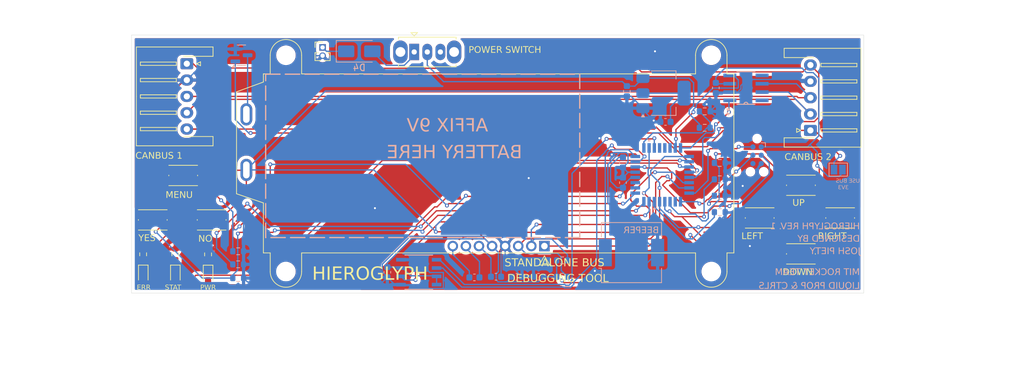
<source format=kicad_pcb>
(kicad_pcb (version 20241229) (generator "pcbnew") (generator_version "9.0")
  (layers (0 "F.Cu" signal) (2 "B.Cu" signal) (13 "F.Paste" user) (15 "B.Paste" user) (5 "F.SilkS" user "F.Silkscreen") (7 "B.SilkS" user "B.Silkscreen") (1 "F.Mask" user) (3 "B.Mask" user) (25 "Edge.Cuts" user))
  (net 0 "")
  (net 1 "/BUZZER")
  (net 2 "GND")
  (net 3 "+3V3")
  (net 4 "+BATT")
  (net 5 "Net-(U5-VOUT)")
  (net 6 "Net-(U5-C1-)")
  (net 7 "Net-(U5-C1+)")
  (net 8 "Net-(D1-K)")
  (net 9 "Net-(D2-K)")
  (net 10 "/STATUS")
  (net 11 "Net-(D3-K)")
  (net 12 "/FAULT")
  (net 13 "/NRST")
  (net 14 "/SWDIO")
  (net 16 "/SWCLK")
  (net 17 "/CAN-")
  (net 18 "/BUSRST")
  (net 19 "/CAN+")
  (net 20 "Net-(Q1-D)")
  (net 21 "/BACKLIGHT")
  (net 22 "/BTN_UP")
  (net 23 "/BTN_DOWN")
  (net 24 "/BTN_LEFT")
  (net 25 "/BTN_RIGHT")
  (net 26 "/BTN_YES")
  (net 27 "/BTN_NO")
  (net 28 "/BTN_MENU")
  (net 29 "/BATREAD")
  (net 30 "/SDA")
  (net 31 "/SCL")
  (net 33 "/BATT_SW")
  (net 34 "/CANTX")
  (net 35 "/MOSI")
  (net 36 "/LCDRST")
  (net 38 "/MISO")
  (net 40 "/CANRX")
  (net 45 "/SCK")
  (net 48 "Net-(D4-K)")
  (net 49 "/BUS3V3")
  (footprint "Connector_JST:JST_XH_S5B-XH-A-1_1x05_P2.50mm_Horizontal" (layer "F.Cu") (at 157.35 46.1 -90)
    (property "Reference" "J2" (hide yes))
    (property "Value" "Conn_01x05")
  )
  (footprint "Connector_JST:JST_XH_S5B-XH-A-1_1x05_P2.50mm_Horizontal" (layer "F.Cu") (at 252.65 56.3 90)
    (property "Reference" "J4" (hide yes))
    (property "Value" "Conn_01x05")
  )
  (footprint "Connector_PinHeader_1.27mm:PinHeader_1x02_P1.27mm_Vertical" (layer "F.Cu") (at 178.1 43.6025)
    (property "Reference" "J3" (hide yes))
    (property "Value" "Conn_01x02")
  )
  (footprint "Resistor_SMD:R_0603_1608Metric" (layer "F.Cu") (at 155.59 75.2625 90)
    (property "Reference" "R13" (hide yes))
    (property "Value" "1k")
  )
  (footprint "Diode_SMD:D_0603_1608Metric" (layer "F.Cu") (at 160.6 78.4125 -90)
    (property "Reference" "D1" (hide yes))
    (property "Value" "LED")
  )
  (footprint "Button_Switch_THT:SW_Slide_SPDT_Straight_CK_OS102011MS2Q" (layer "F.Cu") (at 192.1 44.3)
    (property "Reference" "SW8" (hide yes))
    (property "Value" "SW_SPDT")
  )
  (footprint "Resistor_SMD:R_0603_1608Metric" (layer "F.Cu") (at 150.68 75.2625 90)
    (property "Reference" "R14" (hide yes))
    (property "Value" "1k")
  )
  (footprint "Button_Switch_SMD:SW_Push_1P1T_NO_CK_KMR2" (layer "F.Cu") (at 251.2 64.7 180)
    (property "Reference" "SW1" (hide yes))
    (property "Value" "SW_Push")
  )
  (footprint "Button_Switch_SMD:SW_Push_1P1T_NO_CK_KMR2" (layer "F.Cu") (at 257.2 69.7)
    (property "Reference" "SW4" (hide yes))
    (property "Value" "SW_Push")
  )
  (footprint "Button_Switch_SMD:SW_Push_1P1T_NO_CK_KMR2" (layer "F.Cu") (at 156.8 63.2)
    (property "Reference" "SW7" (hide yes))
    (property "Value" "SW_Push")
  )
  (footprint "Button_Switch_SMD:SW_Push_1P1T_NO_CK_KMR2" (layer "F.Cu") (at 251.2 75.2)
    (property "Reference" "SW2" (hide yes))
    (property "Value" "SW_Push")
  )
  (footprint "Button_Switch_SMD:SW_Push_1P1T_NO_CK_KMR2" (layer "F.Cu") (at 161.15 70)
    (property "Reference" "SW6" (hide yes))
    (property "Value" "SW_Push")
  )
  (footprint "Resistor_SMD:R_0603_1608Metric" (layer "F.Cu") (at 160.6 75.275 90)
    (property "Reference" "R12" (hide yes))
    (property "Value" "1k")
  )
  (footprint "Button_Switch_SMD:SW_Push_1P1T_NO_CK_KMR2" (layer "F.Cu") (at 244.9 69.7)
    (property "Reference" "SW3" (hide yes))
    (property "Value" "SW_Push")
  )
  (footprint "Button_Switch_SMD:SW_Push_1P1T_NO_CK_KMR2" (layer "F.Cu") (at 152.15 70)
    (property "Reference" "SW5" (hide yes))
    (property "Value" "SW_Push")
  )
  (footprint "Diode_SMD:D_0603_1608Metric" (layer "F.Cu") (at 155.6 78.4 -90)
    (property "Reference" "D2" (hide yes))
    (property "Value" "LED")
  )
  (footprint "Diode_SMD:D_0603_1608Metric" (layer "F.Cu") (at 150.7 78.4 -90)
    (property "Reference" "D3" (hide yes))
    (property "Value" "LED")
  )
  (footprint "Display:NHD-C0220BiZ" (layer "F.Cu") (at 205 58.1)
    (property "Reference" "U5" (hide yes))
    (property "Value" "NHD-C0220BIZ")
  )
  (footprint "Resistor_SMD:R_0603_1608Metric" (layer "B.Cu") (at 214.7 76.19)
    (property "Reference" "R11" (hide yes))
    (property "Value" "10k")
  )
  (footprint "Capacitor_SMD:C_0603_1608Metric" (layer "B.Cu") (at 224 61.2 -90)
    (property "Reference" "C2" (hide yes))
    (property "Value" "0.1u")
  )
  (footprint "Resistor_SMD:R_0603_1608Metric" (layer "B.Cu") (at 238.8 66.3)
    (property "Reference" "R3" (hide yes))
    (property "Value" "1k" (hide yes))
  )
  (footprint "Buzzer_Beeper:Buzzer_CUI_CPT-9019S-SMT" (layer "B.Cu") (at 225.3 75)
    (property "Reference" "BZ1" (hide yes))
    (property "Value" "Buzzer")
  )
  (footprint "Resistor_SMD:R_0603_1608Metric" (layer "B.Cu") (at 214.7 78.7)
    (property "Reference" "R10" (hide yes))
    (property "Value" "10k")
  )
  (footprint "Resistor_SMD:R_0603_1608Metric" (layer "B.Cu") (at 165.2 78.9)
    (property "Reference" "R5" (hide yes))
    (property "Value" "1k" (hide yes))
  )
  (footprint "Capacitor_SMD:C_0603_1608Metric" (layer "B.Cu") (at 230.5 55 180)
    (property "Reference" "C10" (hide yes))
    (property "Value" "10u")
  )
  (footprint "Capacitor_SMD:C_0603_1608Metric" (layer "B.Cu") (at 188 78 -90)
    (property "Reference" "C4" (hide yes))
    (property "Value" "0.1u")
  )
  (footprint "Capacitor_SMD:C_0603_1608Metric" (layer "B.Cu") (at 204.6 78.7)
    (property "Reference" "C6" (hide yes))
    (property "Value" "1u")
  )
  (footprint "Capacitor_SMD:C_0603_1608Metric" (layer "B.Cu") (at 224.6 50.3 -90)
    (property "Reference" "C3" (hide yes))
    (property "Value" "10u")
  )
  (footprint "Diode_SMD:D_SMA" (layer "B.Cu") (at 183.7 44.2)
    (property "Reference" "D4")
    (property "Value" "B120-E3")
  )
  (footprint "Capacitor_SMD:C_0603_1608Metric" (layer "B.Cu") (at 207.8 78.7)
    (property "Reference" "C9" (hide yes))
    (property "Value" "1u")
  )
  (footprint "Connector:Tag-Connect_TC2030-IDC-NL_2x03_P1.27mm_Vertical" (layer "B.Cu") (at 244.5 60.1 -90)
    (property "Reference" "J1" (hide yes))
    (property "Value" "Conn_ARM_SWD_TagConnect_TC2030-NL")
  )
  (footprint "footprints:D8" (layer "B.Cu") (at 242.8 49.8)
    (property "Reference" "U4" (hide yes))
    (property "Value" "SN65HVD232QDRG4Q1")
  )
  (footprint "Capacitor_SMD:C_0603_1608Metric" (layer "B.Cu") (at 238.2 49.8 -90)
    (property "Reference" "C5" (hide yes))
    (property "Value" "0.1u")
  )
  (footprint "footprints:LQFP-32_STM" (layer "B.Cu") (at 230 63.1)
    (property "Reference" "U1" (hide yes))
    (property "Value" "STM32C092KBT6")
  )
  (footprint "Resistor_SMD:R_0603_1608Metric" (layer "B.Cu") (at 236.5 53.39)
    (property "Reference" "R9" (hide yes))
    (property "Value" "1k")
  )
  (footprint "Jumper:SolderJumper-2_P1.3mm_Open_Pad1.0x1.5mm" (layer "B.Cu") (at 256.9 62.3)
    (property "Reference" "JP1" (hide yes))
    (property "Value" "SolderJumper_2_Open")
  )
  (footprint "Capacitor_SMD:C_0603_1608Metric" (layer "B.Cu") (at 211.1 78.7)
    (property "Reference" "C7" (hide yes))
    (property "Value" "0.1u")
  )
  (footprint "Resistor_SMD:R_0603_1608Metric" (layer "B.Cu") (at 238.8 63.79)
    (property "Reference" "R2" (hide yes))
    (property "Value" "1k")
  )
  (footprint "Package_TO_SOT_SMD:SOT-223-3_TabPin2" (layer "B.Cu") (at 230.2 50.6)
    (property "Reference" "U3" (hide yes))
    (property "Value" "AZ1117-3.3")
  )
  (footprint "Resistor_SMD:R_0603_1608Metric" (layer "B.Cu") (at 238.8 68.81)
    (property "Reference" "R4" (hide yes))
    (property "Value" "1k")
  )
  (footprint "Capacitor_SMD:C_0603_1608Metric" (layer "B.Cu") (at 224 64.3 90)
    (property "Reference" "C1" (hide yes))
    (property "Value" "10u")
  )
  (footprint "Resistor_SMD:R_0603_1608Metric" (layer "B.Cu") (at 165.2 74.8)
    (property "Reference" "R7" (hide yes))
    (property "Value" "1k")
  )
  (footprint "Resistor_SMD:R_0603_1608Metric" (layer "B.Cu") (at 165.2 76.8)
    (property "Reference" "R6" (hide yes))
    (property "Value" "1k")
  )
  (footprint "Resistor_SMD:R_0603_1608Metric" (layer "B.Cu") (at 238.8 61.28)
    (property "Reference" "R1" (hide yes))
    (property "Value" "1k")
  )
  (footprint "Resistor_SMD:R_0603_1608Metric" (layer "B.Cu") (at 236.5 55.9)
    (property "Reference" "R8" (hide yes))
    (property "Value" "3.3k")
  )
  (footprint "footprints:SOIC8_SA_SST_MCH" (layer "B.Cu") (at 192.8 78)
    (property "Reference" "U2" (hide yes))
    (property "Value" "SST25PF020B-80-4C-SAE")
  )
  (footprint "Package_TO_SOT_SMD:SOT-23" (layer "B.Cu") (at 165.7 44.8)
    (property "Reference" "Q1" (hide yes))
    (property "Value" "AO3400A")
  )
  (footprint "Capacitor_SMD:C_0603_1608Metric" (layer "B.Cu") (at 201.3 78.8 180)
    (property "Reference" "C8" (hide yes))
    (property "Value" "1u")
  )
  (gr_rect (start 169.4 47.7) (end 217.4 72.7) (stroke (width 0.2) (type dash)) (fill no) (layer "B.SilkS"))
  (gr_rect (start 148.9 41.7) (end 260.8 81.2) (stroke (width 0.05)) (fill no) (layer "Edge.Cuts"))
  (gr_text "STAT" (at 154 80.8 0) (layer "F.SilkS") (effects (font (size 0.75 0.75) (thickness 0.1)) (justify left bottom)))
  (gr_text "HIEROGLYPH" (at 176.5 79.5 0) (layer "F.SilkS") (effects (font (size 2 2) (thickness 0.1)) (justify left bottom)))
  (gr_text "STANDALONE BUS" (at 205.9 77.3 0) (layer "F.SilkS") (effects (font (size 1.2 1.2) (thickness 0.1)) (justify left bottom)))
  (gr_text "YES" (at 149.95 73.4 0) (layer "F.SilkS") (effects (font (size 1 1) (thickness 0.1)) (justify left bottom)))
  (gr_text "DEBUGGING TOOL" (at 206.3 79.7 0) (layer "F.SilkS") (effects (font (size 1.2 1.2) (thickness 0.1)) (justify left bottom)))
  (gr_text "NO" (at 159.1 73.5 0) (layer "F.SilkS") (effects (font (size 1 1) (thickness 0.1)) (justify left bottom)))
  (gr_text "ERR" (at 149.7 80.8 0) (layer "F.SilkS") (effects (font (size 0.75 0.75) (thickness 0.1)) (justify left bottom)))
  (gr_text "RIGHT" (at 253.8 73.1 0) (layer "F.SilkS") (effects (font (size 1 1) (thickness 0.1)) (justify left bottom)))
  (gr_text "LEFT" (at 242.1 73.1 0) (layer "F.SilkS") (effects (font (size 1 1) (thickness 0.1)) (justify left bottom)))
  (gr_text "CANBUS 2" (at 248.7 61 0) (layer "F.SilkS") (effects (font (size 1 1) (thickness 0.1)) (justify left bottom)))
  (gr_text "POWER SWITCH" (at 200.4 44.6 0) (layer "F.SilkS") (effects (font (size 1 1) (thickness 0.1)) (justify left bottom)))
  (gr_text "DOWN" (at 248.4 78.6 0) (layer "F.SilkS") (effects (font (size 1 1) (thickness 0.1)) (justify left bottom)))
  (gr_text "PWR" (at 159.4 80.8 0) (layer "F.SilkS") (effects (font (size 0.75 0.75) (thickness 0.1)) (justify left bottom)))
  (gr_text "MENU" (at 154.1 66.8 0) (layer "F.SilkS") (effects (font (size 1 1) (thickness 0.1)) (justify left bottom)))
  (gr_text "UP" (at 249.9 68 0) (layer "F.SilkS") (effects (font (size 1 1) (thickness 0.1)) (justify left bottom)))
  (gr_text "CANBUS 1" (at 149.5 60.8 0) (layer "F.SilkS") (effects (font (size 1 1) (thickness 0.1)) (justify left bottom)))
  (gr_text "MIT ROCKET TEAM" (at 260.2 78.6 0) (layer "B.SilkS") (effects (font (size 1 1) (thickness 0.1)) (justify left bottom mirror)))
  (gr_text "LIQUID PROP & CTRLS" (at 260.2 80.7 0) (layer "B.SilkS") (effects (font (size 1 1) (thickness 0.1)) (justify left bottom mirror)))
  (gr_text "BATTERY HERE" (at 208.6 60.9 0) (layer "B.SilkS") (effects (font (size 2 2) (thickness 0.1)) (justify left bottom mirror)))
  (gr_text "DESIGNED BY" (at 260.2 73.5 0) (layer "B.SilkS") (effects (font (size 1 1) (thickness 0.1)) (justify left bottom mirror)))
  (gr_text "JOSH PIETY" (at 260.3 75.4 0) (layer "B.SilkS") (effects (font (size 1 1) (thickness 0.1)) (justify left bottom mirror)))
  (gr_text "HIEROGLYPH REV. 1" (at 260.2 71.6 0) (layer "B.SilkS") (effects (font (size 1 1) (thickness 0.1)) (justify left bottom mirror)))
  (gr_text "BEEPER" (at 229.5 72.2 0) (layer "B.SilkS") (effects (font (size 1 1) (thickness 0.1)) (justify left bottom mirror)))
  (gr_text "USE BUS" (at 260.2 64.4 0) (layer "B.SilkS") (effects (font (size 0.6 0.6) (thickness 0.1)) (justify left bottom mirror)))
  (gr_text "AFFIX 9V" (at 203.4 56.8 0) (layer "B.SilkS") (effects (font (size 2 2) (thickness 0.1)) (justify left bottom mirror)))
  (gr_text "3V3" (at 258.5 65.4 0) (layer "B.SilkS") (effects (font (size 0.6 0.6) (thickness 0.1)) (justify left bottom mirror)))
  (segment (start 221.65 59.984314) (end 221.65 59.730761) (width 0.2) (layer "B.Cu") (net 1))
  (segment (start 222.106761 59.274) (end 224.859199 59.274) (width 0.2) (layer "B.Cu") (net 1))
  (segment (start 221.3 75) (end 221.3 60.334314) (width 0.2) (layer "B.Cu") (net 1))
  (segment (start 221.3 60.334314) (end 221.65 59.984314) (width 0.2) (layer "B.Cu") (net 1))
  (segment (start 221.65 59.730761) (end 222.106761 59.274) (width 0.2) (layer "B.Cu") (net 1))
  (segment (start 224.859199 59.274) (end 225.8852 60.300001) (width 0.2) (layer "B.Cu") (net 1))
  (segment (start 220.4 58.1) (end 220.4 57.5) (width 0.2) (layer "F.Cu") (net 2))
  (segment (start 157 48.6) (end 157.35 48.6) (width 0.2) (layer "F.Cu") (net 2))
  (segment (start 219.7 77.8) (end 209.8 77.8) (width 0.2) (layer "F.Cu") (net 2))
  (segment (start 155.2 56.7) (end 155.2 50.4) (width 0.2) (layer "F.Cu") (net 2))
  (segment (start 167.3 59.2) (end 157.7 59.2) (width 0.2) (layer "F.Cu") (net 2))
  (segment (start 209.8 77.8) (end 206 74) (width 0.2) (layer "F.Cu") (net 2))
  (segment (start 222.3 60) (end 220.4 58.1) (width 0.2) (layer "F.Cu") (net 2))
  (segment (start 231.2 52.3) (end 228.7 54.8) (width 0.2) (layer "F.Cu") (net 2))
  (segment (start 155.59 74.4375) (end 160.5875 74.4375) (width 0.2) (layer "F.Cu") (net 2))
  (segment (start 155.59 74.4375) (end 150.68 74.4375) (width 0.2) (layer "F.Cu") (net 2))
  (segment (start 157.7 59.2) (end 155.2 56.7) (width 0.2) (layer "F.Cu") (net 2))
  (segment (start 160.5875 74.4375) (end 160.6 74.45) (width 0.2) (layer "F.Cu") (net 2))
  (segment (start 168.3 60.2) (end 167.3 59.2) (width 0.2) (layer "F.Cu") (net 2))
  (segment (start 155.2 50.4) (end 157 48.6) (width 0.2) (layer "F.Cu") (net 2))
  (segment (start 168.3 67.252) (end 168.3 60.2) (width 0.2) (layer "F.Cu") (net 2))
  (segment (start 161.102 74.45) (end 168.3 67.252) (width 0.2) (layer "F.Cu") (net 2))
  (segment (start 236.8 52.3) (end 231.2 52.3) (width 0.2) (layer "F.Cu") (net 2))
  (segment (start 160.6 74.45) (end 161.102 74.45) (width 0.2) (layer "F.Cu") (net 2))
  (via (at 220.4 57.5) (size 0.6) (drill 0.3) (layers "F.Cu" "B.Cu") (net 2))
  (via (at 228.7 54.8) (size 0.6) (drill 0.3) (layers "F.Cu" "B.Cu") (net 2))
  (via (at 219.7 77.8) (size 0.6) (drill 0.3) (layers "F.Cu" "B.Cu") (net 2))
  (via (at 242.3 64.8) (size 0.6) (drill 0.3) (layers "F.Cu" "B.Cu") (net 2))
  (via (at 243.4 74) (size 0.6) (drill 0.3) (layers "F.Cu" "B.Cu") (net 2))
  (via (at 209.6 63.6) (size 0.6) (drill 0.3) (layers "F.Cu" "B.Cu") (net 2))
  (via (at 222.3 60) (size 0.6) (drill 0.3) (layers "F.Cu" "B.Cu") (net 2))
  (via (at 186.1 68.2) (size 0.6) (drill 0.3) (layers "F.Cu" "B.Cu") (net 2))
  (via (at 236.8 52.3) (size 0.6) (drill 0.3) (layers "F.Cu" "B.Cu") (net 2))
  (via (at 228.9 44.2) (size 0.6) (drill 0.3) (layers "F.Cu" "B.Cu") (net 2))
  (segment (start 166.025 74.8) (end 166.025 67.925) (width 0.2) (layer "B.Cu") (net 2))
  (segment (start 237.325 53.39) (end 237.325 52.825) (width 0.2) (layer "B.Cu") (net 2))
  (segment (start 224.47411 59.674) (end 222.626 59.674) (width 0.2) (layer "B.Cu") (net 2))
  (segment (start 239.625 68.81) (end 239.625 69.285) (width 0.2) (layer "B.Cu") (net 2))
  (segment (start 239.625 62.5113) (end 239.625 61.28) (width 0.2) (layer "B.Cu") (net 2))
  (segment (start 242.9824 48.5) (end 242.0268 49.4556) (width 0.2) (layer "B.Cu") (net 2))
  (segment (start 223.52589 59.674) (end 221.7 61.49989) (width 0.2) (layer "B.Cu") (net 2))
  (segment (start 238.2 52.515) (end 237.325 53.39) (width 0.2) (layer "B.Cu") (net 2))
  (segment (start 239.75 55.815) (end 237.325 53.39) (width 0.2) (layer "B.Cu") (net 2))
  (segment (start 222.626 59.674) (end 222.3 60) (width 0.2) (layer "B.Cu") (net 2))
  (segment (start 244.6697 61.8353) (end 244.6697 62.651149) (width 0.2) (layer "B.Cu") (net 2))
  (segment (start 238.2 50.575) (end 238.2 52.515) (width 0.2) (layer "B.Cu") (net 2))
  (segment (start 193.941085 80.4854) (end 193.360685 79.905) (width 0.2) (layer "B.Cu") (net 2))
  (segment (start 189.13 79.905) (end 190.07585 79.905) (width 0.2) (layer "B.Cu") (net 2))
  (segment (start 240.6 63.4863) (end 239.625 62.5113) (width 0.2) (layer "B.Cu") (net 2))
  (segment (start 233.91 75) (end 229.3 75) (width 0.2) (layer "B.Cu") (net 2))
  (segment (start 252.35 48.5) (end 242.9824 48.5) (width 0.2) (layer "B.Cu") (net 2))
  (segment (start 242.0268 49.935) (end 241.5268 50.435) (width 0.2) (layer "B.Cu") (net 2))
  (segment (start 178.1 44.8725) (end 174.836656 44.8725) (width 0.2) (layer "B.Cu") (net 2))
  (segment (start 237.325 52.825) (end 236.8 52.3) (width 0.2) (layer "B.Cu") (net 2))
  (segment (start 243.960424 63.360424) (end 243.834549 63.4863) (width 0.2) (layer "B.Cu") (net 2))
  (segment (start 239.625 69.285) (end 233.91 75) (width 0.2) (layer "B.Cu") (net 2))
  (segment (start 187.224 76.77589) (end 187.224 77.999) (width 0.2) (layer "B.Cu") (net 2))
  (segment (start 204.499 72.499) (end 191.50089 72.499) (width 0.2) (layer "B.Cu") (net 2))
  (segment (start 173.163156 43.199) (end 165.4135 43.199) (width 0.2) (layer "B.Cu") (net 2))
  (segment (start 245.135 61.37) (end 244.6697 61.8353) (width 0.2) (layer "B.Cu") (net 2))
  (segment (start 164.7625 43.85) (end 162.1 43.85) (width 0.2) (layer "B.Cu") (net 2))
  (segment (start 224.776 59.97589) (end 224.47411 59.674) (width 0.2) (layer "B.Cu") (net 2))
  (segment (start 243.834548 63.4863) (end 243.960424 63.360424) (width 0.2) (layer "B.Cu") (net 2))
  (segment (start 221.7 61.49989) (end 221.7 67.4) (width 0.2) (layer "B.Cu") (net 2))
  (segment (start 192.5333 76.095) (end 194.4929 78.0546) (width 0.2) (layer "B.Cu") (net 2))
  (segment (start 206 74) (end 204.499 72.499) (width 0.2) (layer "B.Cu") (net 2))
  (segment (start 238.515 50.435) (end 240.3362 50.435) (width 0.2) (layer "B.Cu") (net 2))
  (segment (start 229.725 55) (end 228.9 55) (width 0.2) (layer "B.Cu") (net 2))
  (segment (start 220.4 57.5) (end 225 52.9) (width 0.2) (layer "B.Cu") (net 2))
  (segment (start 252.65 48.8) (end 252.35 48.5) (width 0.2) (layer "B.Cu") (net 2))
  (segment (start 241.5268 50.435) (end 240.3362 50.435) (width 0.2) (layer "B.Cu") (net 2))
  (segment (start 239.75 56.669239) (end 239.75 55.815) (width 0.2) (layer "B.Cu") (net 2))
  (segment (start 154.7 50.7) (end 156.8 48.6) (width 0.2) (layer "B.Cu") (net 2))
  (segment (start 238.375 50.575) (end 238.515 50.435) (width 0.2) (layer "B.Cu") (net 2))
  (segment (start 165.4135 43.199) (end 164.7625 43.85) (width 0.2) (layer "B.Cu") (net 2))
  (segment (start 166.025 67.925) (end 154.7 56.6) (width 0.2) (layer "B.Cu") (net 2))
  (segment (start 166.626 79.501) (end 166.025 78.9) (width 0.2) (layer "B.Cu") (net 2))
  (segment (start 240.6 63.4863) (end 243.834548 63.4863) (width 0.2) (layer "B.Cu") (net 2))
  (segment (start 239.625 56.794239) (end 239.75 56.669239) (width 0.2) (layer "B.Cu") (net 2))
  (segment (start 206 76.125) (end 208.575 78.7) (width 0.2) (layer "B.Cu") (net 2))
  (segment (start 225 52.9) (end 227.05 52.9) (width 0.2) (layer "B.Cu") (net 2))
  (segment (start 225.8852 62.700001) (end 224.725001 62.700001) (width 0.2) (layer "B.Cu") (net 2))
  (segment (start 225.225 51.075) (end 224.6 51.075) (width 0.2) (layer "B.Cu") (net 2))
  (segment (start 187.224 77.999) (end 188 78.775) (width 0.2) (layer "B.Cu") (net 2))
  (segment (start 242.0268 49.4556) (end 242.0268 49.935) (width 0.2) (layer "B.Cu") (net 2))
  (segment (start 193.360685 79.905) (end 190.07585 79.905) (width 0.2) (layer "B.Cu") (net 2))
  (segment (start 227.05 53.15) (end 227.05 52.9) (width 0.2) (layer "B.Cu") (net 2))
  (segment (start 166.025 74.8) (end 166.025 78.9) (width 0.2) (layer "B.Cu") (net 2))
  (segment (start 154.7 56.6) (end 154.7 50.7) (width 0.2) (layer "B.Cu") (net 2))
  (segment (start 191.50089 72.499) (end 187.224 76.77589) (width 0.2) (layer "B.Cu") (net 2))
  (segment (start 224.725001 62.700001) (end 224 61.975) (width 0.2) (layer "B.Cu") (net 2))
  (segment (start 244.6697 62.651149) (end 243.960424 63.360424) (width 0.2) (layer "B.Cu") (net 2))
  (segment (start 224 61.975) (end 224.776 61.199) (width 0.2) (layer "B.Cu") (net 2))
  (segment (start 196.5554 78.0546) (end 196.5554 80.4854) (width 0.2) (layer "B.Cu") (net 2))
  (segment (start 223.249945 59.949945) (end 223.52589 59.674) (width 0.2) (layer "B.Cu") (net 2))
  (segment (start 206 74) (end 206 76.125) (width 0.2) (layer "B.Cu") (net 2))
  (segment (start 226.5 77.8) (end 219.7 77.8) (width 0.2) (layer "B.Cu") (net 2))
  (segment (start 196.5554 80.4854) (end 193.941085 80.4854) (width 0.2) (layer "B.Cu") (net 2))
  (segment (start 194.4929 78.0546) (end 196.5554 78.0546) (width 0.2) (layer "B.Cu") (net 2))
  (segment (start 228.7 54.8) (end 227.05 53.15) (width 0.2) (layer "B.Cu") (net 2))
  (segment (start 221.7 67.4) (end 229.3 75) (width 0.2) (layer "B.Cu") (net 2))
  (segment (start 229.3 75) (end 226.5 77.8) (width 0.2) (layer "B.Cu") (net 2))
  (segment (start 239.625 61.28) (end 239.625 56.794239) (width 0.2) (layer "B.Cu") (net 2))
  (segment (start 228.9 55) (end 228.7 54.8) (width 0.2) (layer "B.Cu") (net 2))
  (segment (start 156.8 48.6) (end 157.35 48.6) (width 0.2) (layer "B.Cu") (net 2))
  (segment (start 239.625 62.5113) (end 239.625 68.81) (width 0.2) (layer "B.Cu") (net 2))
  (segment (start 227.05 52.9) (end 225.225 51.075) (width 0.2) (layer "B.Cu") (net 2))
  (segment (start 190.07585 76.095) (end 192.5333 76.095) (width 0.2) (layer "B.Cu") (net 2))
  (segment (start 208.575 78.7) (end 210.325 78.7) (width 0.2) (layer "B.Cu") (net 2))
  (segment (start 238.2 50.575) (end 238.375 50.575) (width 0.2) (layer "B.Cu") (net 2))
  (segment (start 162.1 43.85) (end 157.35 48.6) (width 0.2) (layer "B.Cu") (net 2))
  (segment (start 224.776 61.199) (end 224.776 59.97589) (width 0.2) (layer "B.Cu") (net 2))
  (segment (start 205.375 74.625) (end 206 74) (width 0.2) (layer "B.Cu") (net 2))
  (segment (start 188 78.775) (end 189.13 79.905) (width 0.2) (layer "B.Cu") (net 2))
  (segment (start 224 63.525) (end 224.824999 62.700001) (width 0.2) (layer "B.Cu") (net 2))
  (segment (start 188 78.775) (end 187.274 79.501) (width 0.2) (layer "B.Cu") (net 2))
  (segment (start 205.375 78.7) (end 205.375 74.625) (width 0.2) (layer "B.Cu") (net 2))
  (segment (start 174.836656 44.8725) (end 173.163156 43.199) (width 0.2) (layer "B.Cu") (net 2))
  (segment (start 224.824999 62.700001) (end 225.8852 62.700001) (width 0.2) (layer "B.Cu") (net 2))
  (segment (start 187.274 79.501) (end 166.626 79.501) (width 0.2) (layer "B.Cu") (net 2))
  (segment (start 152.8155 73.7365) (end 150.191936 73.7365) (width 0.2) (layer "F.Cu") (net 3))
  (segment (start 251.7691 79.6) (end 260.001 71.3681) (width 0.2) (layer "F.Cu") (net 3))
  (segment (start 149.904 74.024436) (end 149.904 74.850564) (width 0.2) (layer "F.Cu") (net 3))
  (segment (start 260.001 71.3681) (end 260.001 69.651) (width 0.2) (layer "F.Cu") (net 3))
  (segment (start 253.25 65.5) (end 253.25 67) (width 0.2) (layer "F.Cu") (net 3))
  (segment (start 154.824 79.042436) (end 154.824 79.821) (width 0.2) (layer "F.Cu") (net 3))
  (segment (start 242.85 68.9) (end 259.25 68.9) (width 0.2) (layer "F.Cu") (net 3))
  (segment (start 154.2 69.2) (end 159.1 69.2) (width 0.2) (layer "F.Cu") (net 3))
  (segment (start 223.5 66.4) (end 200.1 66.4) (width 0.2) (layer "F.Cu") (net 3))
  (segment (start 158.85 62.4) (end 166.4 62.4) (width 0.2) (layer "F.Cu") (net 3))
  (segment (start 253.25 74.4) (end 253.25 70.8) (width 0.2) (layer "F.Cu") (net 3))
  (segment (start 151.168064 75.3865) (end 154.824 79.042436) (width 0.2) (layer "F.Cu") (net 3))
  (segment (start 253.25 65.5) (end 254.001 64.749) (width 0.2) (layer "F.Cu") (net 3))
  (segment (start 201.814571 71.814571) (end 195.404669 71.814571) (width 0.2) (layer "F.Cu") (net 3))
  (segment (start 154.951 71.601) (end 152.8155 73.7365) (width 0.2) (layer "F.Cu") (net 3))
  (segment (start 154.824 79.821) (end 155.003 80) (width 0.2) (layer "F.Cu") (net 3))
  (segment (start 166.4 62.4) (end 166.45 62.35) (width 0.2) (layer "F.Cu") (net 3))
  (segment (start 159.8 80) (end 160.6 79.2) (width 0.2) (layer "F.Cu") (net 3))
  (segment (start 254.001 64.749) (end 254.001 62.001) (width 0.2) (layer "F.Cu") (net 3))
  (segment (start 260.001 69.651) (end 259.25 68.9) (width 0.2) (layer "F.Cu") (net 3))
  (segment (start 154.951 69.951) (end 154.2 69.2) (width 0.2) (layer "F.Cu") (net 3))
  (segment (start 166.45 62.35) (end 166.45 65.95) (width 0.2) (layer "F.Cu") (net 3))
  (segment (start 253.25 65.5) (end 249.15 65.5) (width 0.2) (layer "F.Cu") (net 3))
  (segment (start 166.45 65.95) (end 163.2 69.2) (width 0.2) (layer "F.Cu") (net 3))
  (segment (start 150.439936 75.3865) (end 151.168064 75.3865) (width 0.2) (layer "F.Cu") (net 3))
  (segment (start 150.1 69.2) (end 154.2 69.2) (width 0.2) (layer "F.Cu") (net 3))
  (segment (start 154.75 62.4) (end 158.85 62.4) (width 0.2) (layer "F.Cu") (net 3))
  (segment (start 253.25 67) (end 255.15 68.9) (width 0.2) (layer "F.Cu") (net 3))
  (segment (start 155.003 80) (end 159.8 80) (width 0.2) (layer "F.Cu") (net 3))
  (segment (start 254.001 62.001) (end 253.7 61.7) (width 0.2) (layer "F.Cu") (net 3))
  (segment (start 214.68957 79.277) (end 215.01257 79.6) (width 0.2) (layer "F.Cu") (net 3))
  (segment (start 163.2 69.2) (end 159.1 69.2) (width 0.2) (layer "F.Cu") (net 3))
  (segment (start 154.951 71.601) (end 154.951 69.951) (width 0.2) (layer "F.Cu") (net 3))
  (segment (start 204 74) (end 201.814571 71.814571) (width 0.2) (layer "F.Cu") (net 3))
  (segment (start 215.01257 79.6) (end 251.7691 79.6) (width 0.2) (layer "F.Cu") (net 3))
  (segment (start 253.25 74.4) (end 249.15 74.4) (width 0.2) (layer "F.Cu") (net 3))
  (segment (start 149.904 74.850564) (end 150.439936 75.3865) (width 0.2) (layer "F.Cu") (net 3))
  (segment (start 200.1 66.4) (end 200 66.3) (width 0.2) (layer "F.Cu") (net 3))
  (segment (start 150.191936 73.7365) (end 149.904 74.024436) (width 0.2) (layer "F.Cu") (net 3))
  (segment (start 253.25 70.8) (end 255.15 68.9) (width 0.2) (layer "F.Cu") (net 3))
  (via (at 253.7 61.7) (size 0.6) (drill 0.3) (layers "F.Cu" "B.Cu") (net 3))
  (via (at 214.68957 79.277) (size 0.6) (drill 0.3) (layers "F.Cu" "B.Cu") (net 3))
  (via (at 200 66.3) (size 0.6) (drill 0.3) (layers "F.Cu" "B.Cu") (net 3))
  (via (at 195.404669 71.814571) (size 0.6) (drill 0.3) (layers "F.Cu" "B.Cu") (net 3))
  (via (at 223.5 66.4) (size 0.6) (drill 0.3) (layers "F.Cu" "B.Cu") (net 3))
  (segment (start 166.45 62.35) (end 178.524 50.276) (width 0.2) (layer "B.Cu") (net 3))
  (segment (start 204.974 77.924) (end 204.974 74.974) (width 0.2) (layer "B.Cu") (net 3))
  (segment (start 200 66.3) (end 195.404669 70.895331) (width 0.2) (layer "B.Cu") (net 3))
  (segment (start 226.726 50.276) (end 227.05 50.6) (width 0.2) (layer "B.Cu") (net 3))
  (segment (start 238.34 49.165) (end 238.2 49.025) (width 0.2) (layer "B.Cu") (net 3))
  (segment (start 195.404669 70.895331) (end 195.404669 71.814571) (width 0.2) (layer "B.Cu") (net 3))
  (segment (start 224 64.75011) (end 224 65.075) (width 0.2) (layer "B.Cu") (net 3))
  (segment (start 204.624 78.22589) (end 204.92589 77.924) (width 0.2) (layer "B.Cu") (net 3))
  (segment (start 188 77.225) (end 188 76.565576) (width 0.2) (layer "B.Cu") (net 3))
  (segment (start 253.7 61.7) (end 253.7 59.6) (width 0.2) (layer "B.Cu") (net 3))
  (segment (start 207.025 78.7) (end 206.249 79.476) (width 0.2) (layer "B.Cu") (net 3))
  (segment (start 206.249 79.476) (end 206 79.476) (width 0.2) (layer "B.Cu") (net 3))
  (segment (start 238.2 48.1592) (end 239.58244 46.77676) (width 0.2) (layer "B.Cu") (net 3))
  (segment (start 253.7 59.6) (end 252.58058 58.48058) (width 0.2) (layer "B.Cu") (net 3))
  (segment (start 255.351 63.351) (end 253.7 61.7) (width 0.2) (layer "B.Cu") (net 3))
  (segment (start 257.55 62.3) (end 257.55 62.852) (width 0.2) (layer "B.Cu") (net 3))
  (segment (start 253.926 57.13516) (end 253.926 48.32324) (width 0.2) (layer "B.Cu") (net 3))
  (segment (start 223.375 60.425) (end 222.1 61.7) (width 0.2) (layer "B.Cu") (net 3))
  (segment (start 251.374 46.77676) (end 252.04824 47.451) (width 0.2) (layer "B.Cu") (net 3))
  (segment (start 231.275 55) (end 231.275 52.675) (width 0.2) (layer "B.Cu") (net 3))
  (segment (start 204.624 79.17411) (end 204.624 78.22589) (width 0.2) (layer "B.Cu") (net 3))
  (segment (start 224 65.9) (end 223.5 66.4) (width 0.2) (layer "B.Cu") (net 3))
  (segment (start 222.1 61.7) (end 222.1 64.1) (width 0.2) (layer "B.Cu") (net 3))
  (segment (start 231.275 52.675) (end 233.35 50.6) (width 0.2) (layer "B.Cu") (net 3))
  (segment (start 238.2 49.025) (end 238.2 48.1592) (width 0.2) (layer "B.Cu") (net 3))
  (segment (start 253.05376 47.451) (end 253.926 48.32324) (width 0.2) (layer "B.Cu") (net 3))
  (segment (start 214.11257 78.7) (end 214.68957 79.277) (width 0.2) (layer "B.Cu") (net 3))
  (segment (start 191.5571 78.55) (end 195.43915 78.55) (width 0.2) (layer "B.Cu") (net 3))
  (segment (start 213.875 76.19) (end 213.875 78.7) (width 0.2) (layer "B.Cu") (net 3))
  (segment (start 224 60.425) (end 223.375 60.425) (width 0.2) (layer "B.Cu") (net 3))
  (segment (start 195.43915 78.55) (end 195.52415 78.635) (width 0.2) (layer "B.Cu") (net 3))
  (segment (start 166.45 62.35) (end 185.940098 62.35) (width 0.2) (layer "B.Cu") (net 3))
  (segment (start 191.666576 72.899) (end 202.899 72.899) (width 0.2) (layer "B.Cu") (net 3))
  (segment (start 185.940098 62.35) (end 195.404669 71.814571) (width 0.2) (layer "B.Cu") (net 3))
  (segment (start 257.051 63.351) (end 255.351 63.351) (width 0.2) (layer "B.Cu") (net 3))
  (segment (start 225.8852 63.499999) (end 225.250111 63.499999) (width 0.2) (layer "B.Cu") (net 3))
  (segment (start 239.58244 46.77676) (end 251.374 46.77676) (width 0.2) (layer "B.Cu") (net 3))
  (segment (start 257.55 62.852) (end 257.051 63.351) (width 0.2) (layer "B.Cu") (net 3))
  (segment (start 252.23116 58.83) (end 252.58058 58.48058) (width 0.2) (layer "B.Cu") (net 3))
  (segment (start 211.099 79.476) (end 206 79.476) (width 0.2) (layer "B.Cu") (net 3))
  (segment (start 245.135 58.83) (end 252.23116 58.83) (width 0.2) (layer "B.Cu") (net 3))
  (segment (start 178.524 50.276) (end 226.726 50.276) (width 0.2) (layer "B.Cu") (net 3))
  (segment (start 213.875 78.7) (end 211.875 78.7) (width 0.2) (layer "B.Cu") (net 3))
  (segment (start 166.9 62.35) (end 166.45 62.35) (width 0.2) (layer "B.Cu") (net 3))
  (segment (start 188 77.225) (end 190.2321 77.225) (width 0.2) (layer "B.Cu") (net 3))
  (segment (start 188 76.565576) (end 191.666576 72.899) (width 0.2) (layer "B.Cu") (net 3))
  (segment (start 224 65.075) (end 224 65.9) (width 0.2) (layer "B.Cu") (net 3))
  (segment (start 225.250111 63.499999) (end 224 64.75011) (width 0.2) (layer "B.Cu") (net 3))
  (segment (start 189.93585 77.225) (end 190.07585 77.365) (width 0.2) (layer "B.Cu") (net 3))
  (segment (start 202.899 72.899) (end 204 74) (width 0.2) (layer "B.Cu") (net 3))
  (segment (start 252.04824 47.451) (end 253.05376 47.451) (width 0.2) (layer "B.Cu") (net 3))
  (segment (start 223.075 65.075) (end 224 65.075) (width 0.2) (layer "B.Cu") (net 3))
  (segment (start 190.2321 77.225) (end 191.5571 78.55) (width 0.2) (layer "B.Cu") (net 3))
  (segment (start 222.1 64.1) (end 223.075 65.075) (width 0.2) (layer "B.Cu") (net 3))
  (segment (start 211.875 78.7) (end 211.099 79.476) (width 0.2) (layer "B.Cu") (net 3))
  (segment (start 204.92589 79.476) (end 204.624 79.17411) (width 0.2) (layer "B.Cu") (net 3))
  (segment (start 213.875 78.7) (end 214.11257 78.7) (width 0.2) (layer "B.Cu") (net 3))
  (segment (start 188 77.225) (end 189.93585 77.225) (width 0.2) (layer "B.Cu") (net 3))
  (segment (start 204.92589 77.924) (end 204.974 77.924) (width 0.2) (layer "B.Cu") (net 3))
  (segment (start 227.05 50.6) (end 233.35 50.6) (width 0.2) (layer "B.Cu") (net 3))
  (segment (start 206 79.476) (end 204.92589 79.476) (width 0.2) (layer "B.Cu") (net 3))
  (segment (start 204.974 74.974) (end 204 74) (width 0.2) (layer "B.Cu") (net 3))
  (segment (start 240.3362 49.165) (end 238.34 49.165) (width 0.2) (layer "B.Cu") (net 3))
  (segment (start 195.52415 78.635) (end 195.52415 79.905) (width 0.2) (layer "B.Cu") (net 3))
  (segment (start 252.58058 58.48058) (end 253.926 57.13516) (width 0.2) (layer "B.Cu") (net 3))
  (segment (start 185.5 44.3) (end 185.5 44.8) (width 0.2) (layer "B.Cu") (net 4))
  (segment (start 192.1 44.831313) (end 190.580313 46.351) (width 0.2) (layer "B.Cu") (net 4))
  (segment (start 187.851 46.351) (end 185.7 44.2) (width 0.2) (layer "B.Cu") (net 4))
  (segment (start 190.580313 46.351) (end 187.851 46.351) (width 0.2) (layer "B.Cu") (net 4))
  (segment (start 192.1 44.3) (end 192.1 44.831313) (width 0.2) (layer "B.Cu") (net 4))
  (segment (start 202 74) (end 203.825 75.825) (width 0.2) (layer "B.Cu") (net 5))
  (segment (start 203.825 75.825) (end 203.825 78.7) (width 0.2) (layer "B.Cu") (net 5))
  (segment (start 198 75.290685) (end 198 74) (width 0.2) (layer "B.Cu") (net 6))
  (segment (start 200.525 77.815686) (end 198 75.290685) (width 0.2) (layer "B.Cu") (net 6))
  (segment (start 200.525 78.8) (end 200.525 77.815686) (width 0.2) (layer "B.Cu") (net 6))
  (segment (start 202.075 76.375) (end 202.075 78.8) (width 0.2) (layer "B.Cu") (net 7))
  (segment (start 200 74.3) (end 202.075 76.375) (width 0.2) (layer "B.Cu") (net 7))
  (segment (start 200 74) (end 200 74.3) (width 0.2) (layer "B.Cu") (net 7))
  (segment (start 160.6 76.1) (end 160.6 77.625) (width 0.2) (layer "F.Cu") (net 8))
  (segment (start 155.59 76.0875) (end 155.59 77.6025) (width 0.2) (layer "F.Cu") (net 9))
  (segment (start 155.59 77.6025) (end 155.6 77.6125) (width 0.2) (layer "F.Cu") (net 9))
  (segment (start 158.0225 79.1875) (end 158.7485 78.4615) (width 0.2) (layer "F.Cu") (net 10))
  (segment (start 169.674344 78.4615) (end 187.235844 60.9) (width 0.2) (layer "F.Cu") (net 10))
  (segment (start 158.7485 78.4615) (end 169.674344 78.4615) (width 0.2) (layer "F.Cu") (net 10))
  (segment (start 187.235844 60.9) (end 232.7 60.9) (width 0.2) (layer "F.Cu") (net 10))
  (segment (start 155.6 79.1875) (end 158.0225 79.1875) (width 0.2) (layer "F.Cu") (net 10))
  (via (at 232.7 60.9) (size 0.6) (drill 0.3) (layers "F.Cu" "B.Cu") (net 10))
  (segment (start 233.914801 60.9) (end 234.1148 61.099999) (width 0.2) (layer "B.Cu") (net 10))
  (segment (start 232.7 60.9) (end 233.914801 60.9) (width 0.2) (layer "B.Cu") (net 10))
  (segment (start 150.68 77.5925) (end 150.7 77.6125) (width 0.2) (layer "F.Cu") (net 11))
  (segment (start 150.68 76.0875) (end 150.68 77.5925) (width 0.2) (layer "F.Cu") (net 11))
  (segment (start 232.249997 61.3) (end 232.7 61.750003) (width 0.2) (layer "F.Cu") (net 12))
  (segment (start 195.6 68) (end 202.3 61.3) (width 0.2) (layer "F.Cu") (net 12))
  (segment (start 192.45 71.15) (end 192.45 70.784314) (width 0.2) (layer "F.Cu") (net 12))
  (segment (start 153.421815 79.1875) (end 154.634315 80.4) (width 0.2) (layer "F.Cu") (net 12))
  (segment (start 150.7 79.1875) (end 153.421815 79.1875) (width 0.2) (layer "F.Cu") (net 12))
  (segment (start 192.45 70.784314) (end 195.234314 68) (width 0.2) (layer "F.Cu") (net 12))
  (segment (start 159.965686 80.4) (end 160.427186 79.9385) (width 0.2) (layer "F.Cu") (net 12))
  (segment (start 202.3 61.3) (end 232.249997 61.3) (width 0.2) (layer "F.Cu") (net 12))
  (segment (start 154.634315 80.4) (end 159.965686 80.4) (width 0.2) (layer "F.Cu") (net 12))
  (segment (start 195.234314 68) (end 195.6 68) (width 0.2) (layer "F.Cu") (net 12))
  (segment (start 160.427186 79.9385) (end 183.6615 79.9385) (width 0.2) (layer "F.Cu") (net 12))
  (segment (start 183.6615 79.9385) (end 192.45 71.15) (width 0.2) (layer "F.Cu") (net 12))
  (via (at 232.7 61.750003) (size 0.6) (drill 0.3) (layers "F.Cu" "B.Cu") (net 12))
  (segment (start 234.1148 61.9) (end 232.849997 61.9) (width 0.2) (layer "B.Cu") (net 12))
  (segment (start 232.849997 61.9) (end 232.7 61.750003) (width 0.2) (layer "B.Cu") (net 12))
  (segment (start 237.914947 67.885053) (end 240.275 67.885053) (width 0.2) (layer "F.Cu") (net 13))
  (segment (start 230.719239 64) (end 230.1 64.619239) (width 0.2) (layer "F.Cu") (net 13))
  (segment (start 230.769239 62.05) (end 231.45 62.730761) (width 0.2) (layer "F.Cu") (net 13))
  (segment (start 231.45 63.619239) (end 231.069239 64) (width 0.2) (layer "F.Cu") (net 13))
  (segment (start 230.1 64.619239) (end 230.1 64.7) (width 0.2) (layer "F.Cu") (net 13))
  (segment (start 234.3 68.9) (end 236.9 68.9) (width 0.2) (layer "F.Cu") (net 13))
  (segment (start 230.1 64.7) (end 234.3 68.9) (width 0.2) (layer "F.Cu") (net 13))
  (segment (start 231.45 62.730761) (end 231.45 63.619239) (width 0.2) (layer "F.Cu") (net 13))
  (segment (start 227.45 62.05) (end 230.769239 62.05) (width 0.2) (layer "F.Cu") (net 13))
  (segment (start 236.9 68.9) (end 237.914947 67.885053) (width 0.2) (layer "F.Cu") (net 13))
  (segment (start 227.3 61.9) (end 227.45 62.05) (width 0.2) (layer "F.Cu") (net 13))
  (segment (start 231.069239 64) (end 230.719239 64) (width 0.2) (layer "F.Cu") (net 13))
  (via (at 227.3 61.9) (size 0.6) (drill 0.3) (layers "F.Cu" "B.Cu") (net 13))
  (via (at 240.275 67.885053) (size 0.6) (drill 0.3) (layers "F.Cu" "B.Cu") (net 13))
  (segment (start 246.3623 62.990549) (end 241.852849 67.5) (width 0.2) (layer "B.Cu") (net 13))
  (segment (start 241.852849 67.5) (end 240.660053 67.5) (width 0.2) (layer "B.Cu") (net 13))
  (segment (start 227.3 61.9) (end 225.8852 61.9) (width 0.2) (layer "B.Cu") (net 13))
  (segment (start 245.135 60.1) (end 246.3623 61.3273) (width 0.2) (layer "B.Cu") (net 13))
  (segment (start 240.660053 67.5) (end 240.275 67.885053) (width 0.2) (layer "B.Cu") (net 13))
  (segment (start 246.3623 61.3273) (end 246.3623 62.990549) (width 0.2) (layer "B.Cu") (net 13))
  (segment (start 241.4 59.1) (end 237.339331 59.1) (width 0.2) (layer "F.Cu") (net 14))
  (segment (start 237.339331 59.1) (end 237.005871 59.43346) (width 0.2) (layer "F.Cu") (net 14))
  (segment (start 241.7 58.8) (end 241.4 59.1) (width 0.2) (layer "F.Cu") (net 14))
  (via (at 237.005871 59.43346) (size 0.6) (drill 0.3) (layers "F.Cu" "B.Cu") (net 14))
  (via (at 241.7 58.8) (size 0.6) (drill 0.3) (layers "F.Cu" "B.Cu") (net 14))
  (segment (start 237 59.439331) (end 237.005871 59.43346) (width 0.2) (layer "B.Cu") (net 14))
  (segment (start 241.73 58.83) (end 243.865 58.83) (width 0.2) (layer "B.Cu") (net 14))
  (segment (start 241.7 58.8) (end 241.73 58.83) (width 0.2) (layer "B.Cu") (net 14))
  (segment (start 235.0514 65.899999) (end 237 63.951399) (width 0.2) (layer "B.Cu") (net 14))
  (segment (start 234.1148 65.899999) (end 235.0514 65.899999) (width 0.2) (layer "B.Cu") (net 14))
  (segment (start 237 63.951399) (end 237 59.439331) (width 0.2) (layer "B.Cu") (net 14))
  (segment (start 241.3 62.6) (end 237.015192 66.884808) (width 0.2) (layer "F.Cu") (net 16))
  (segment (start 236.261202 67.5) (end 235.7 67.5) (width 0.2) (layer "F.Cu") (net 16))
  (segment (start 237.015192 66.884808) (end 236.876394 66.884808) (width 0.2) (layer "F.Cu") (net 16))
  (segment (start 236.876394 66.884808) (end 236.261202 67.5) (width 0.2) (layer "F.Cu") (net 16))
  (via (at 241.3 62.6) (size 0.6) (drill 0.3) (layers "F.Cu" "B.Cu") (net 16))
  (via (at 235.7 67.5) (size 0.6) (drill 0.3) (layers "F.Cu" "B.Cu") (net 16))
  (segment (start 235.7 67.5) (end 235.4148 67.2148) (width 0.2) (layer "B.Cu") (net 16))
  (segment (start 241.365 62.6) (end 241.3 62.6) (width 0.2) (layer "B.Cu") (net 16))
  (segment (start 235.4148 67.2148) (end 232.799999 67.2148) (width 0.2) (layer "B.Cu") (net 16))
  (segment (start 243.865 60.1) (end 241.365 62.6) (width 0.2) (layer "B.Cu") (net 16))
  (segment (start 250.786397 51.3) (end 252.65 51.3) (width 0.2) (layer "F.Cu") (net 17))
  (segment (start 250.586397 51.1) (end 250.786397 51.3) (width 0.2) (layer "F.Cu") (net 17))
  (segment (start 157.35 51.1) (end 250.586397 51.1) (width 0.2) (layer "F.Cu") (net 17))
  (segment (start 252.65 51.3) (end 250.515 49.165) (width 0.2) (layer "B.Cu") (net 17))
  (segment (start 250.515 49.165) (end 245.2638 49.165) (width 0.2) (layer "B.Cu") (net 17))
  (segment (start 240.549 54.951) (end 239.6 55.9) (width 0.2) (layer "F.Cu") (net 18))
  (segment (start 253.926 47.576) (end 253.926 54.27676) (width 0.2) (layer "F.Cu") (net 18))
  (segment (start 180.703002 46.8) (end 226.280761 46.8) (width 0.2) (layer "F.Cu") (net 18))
  (segment (start 253.926 54.27676) (end 253.25176 54.951) (width 0.2) (layer "F.Cu") (net 18))
  (segment (start 158.325 46.1) (end 158.976 46.751) (width 0.2) (layer "F.Cu") (net 18))
  (segment (start 253.25176 54.951) (end 240.549 54.951) (width 0.2) (layer "F.Cu") (net 18))
  (segment (start 226.830761 47.35) (end 251.475 47.35) (width 0.2) (layer "F.Cu") (net 18))
  (segment (start 226.280761 46.8) (end 226.830761 47.35) (width 0.2) (layer "F.Cu") (net 18))
  (segment (start 180.654001 46.751) (end 180.703002 46.8) (width 0.2) (layer "F.Cu") (net 18))
  (segment (start 157.35 46.1) (end 158.325 46.1) (width 0.2) (layer "F.Cu") (net 18))
  (segment (start 251.475 47.35) (end 252.525 46.3) (width 0.2) (layer "F.Cu") (net 18))
  (segment (start 238.840927 55.9) (end 238.644693 56.096234) (width 0.2) (layer "F.Cu") (net 18))
  (segment (start 252.65 46.3) (end 253.926 47.576) (width 0.2) (layer "F.Cu") (net 18))
  (segment (start 158.976 46.751) (end 180.654001 46.751) (width 0.2) (layer "F.Cu") (net 18))
  (segment (start 239.6 55.9) (end 238.840927 55.9) (width 0.2) (layer "F.Cu") (net 18))
  (segment (start 252.525 46.3) (end 252.65 46.3) (width 0.2) (layer "F.Cu") (net 18))
  (via (at 238.644693 56.096234) (size 0.6) (drill 0.3) (layers "F.Cu" "B.Cu") (net 18))
  (segment (start 236.498264 57.4) (end 238.1 57.4) (width 0.2) (layer "B.Cu") (net 18))
  (segment (start 234.1148 63.499999) (end 235.100363 63.499999) (width 0.2) (layer "B.Cu") (net 18))
  (segment (start 236.2 62.400362) (end 236.2 57.698264) (width 0.2) (layer "B.Cu") (net 18))
  (segment (start 238.1 57.4) (end 238.644693 56.855307) (width 0.2) (layer "B.Cu") (net 18))
  (segment (start 235.100363 63.499999) (end 236.2 62.400362) (width 0.2) (layer "B.Cu") (net 18))
  (segment (start 236.2 57.698264) (end 236.498264 57.4) (width 0.2) (layer "B.Cu") (net 18))
  (segment (start 238.644693 56.855307) (end 238.644693 56.096234) (width 0.2) (layer "B.Cu") (net 18))
  (segment (start 250.400001 51.550001) (end 252.65 53.8) (width 0.2) (layer "F.Cu") (net 19))
  (segment (start 157.35 53.6) (end 159.399999 51.550001) (width 0.2) (layer "F.Cu") (net 19))
  (segment (start 159.399999 51.550001) (end 250.400001 51.550001) (width 0.2) (layer "F.Cu") (net 19))
  (segment (start 249.285 50.435) (end 252.65 53.8) (width 0.2) (layer "B.Cu") (net 19))
  (segment (start 245.2638 50.435) (end 249.285 50.435) (width 0.2) (layer "B.Cu") (net 19))
  (segment (start 166.6375 44.8) (end 166.6375 53.6625) (width 0.2) (layer "B.Cu") (net 20))
  (segment (start 166.6375 53.6625) (end 166.45 53.85) (width 0.2) (layer "B.Cu") (net 20))
  (segment (start 167.1 56.7) (end 229.434314 56.7) (width 0.2) (layer "F.Cu") (net 21))
  (segment (start 232.1 59.2) (end 235.314832 62.414832) (width 0.2) (layer "F.Cu") (net 21))
  (segment (start 235.314832 62.414832) (end 235.335619 62.414832) (width 0.2) (layer "F.Cu") (net 21))
  (segment (start 229.434314 56.7) (end 231.934315 59.2) (width 0.2) (layer "F.Cu") (net 21))
  (segment (start 231.934315 59.2) (end 232.1 59.2) (width 0.2) (layer "F.Cu") (net 21))
  (via (at 167.1 56.7) (size 0.6) (drill 0.3) (layers "F.Cu" "B.Cu") (net 21))
  (via (at 235.335619 62.414832) (size 0.6) (drill 0.3) (layers "F.Cu" "B.Cu") (net 21))
  (segment (start 235.280759 62.700001) (end 235.290561 62.690199) (width 0.2) (layer "B.Cu") (net 21))
  (segment (start 234.1148 62.700001) (end 235.280759 62.700001) (width 0.2) (layer "B.Cu") (net 21))
  (segment (start 166.80153 56.7) (end 167.1 56.7) (width 0.2) (layer "B.Cu") (net 21))
  (segment (start 235.290561 62.45989) (end 235.335619 62.414832) (width 0.2) (layer "B.Cu") (net 21))
  (segment (start 164.7625 54.66097) (end 166.80153 56.7) (width 0.2) (layer "B.Cu") (net 21))
  (segment (start 164.7625 45.75) (end 164.7625 54.66097) (width 0.2) (layer "B.Cu") (net 21))
  (segment (start 235.290561 62.690199) (end 235.290561 62.45989) (width 0.2) (layer "B.Cu") (net 21))
  (segment (start 249.15 63.9) (end 245.15 59.9) (width 0.2) (layer "F.Cu") (net 22))
  (segment (start 245.15 59.9) (end 238.2 59.9) (width 0.2) (layer "F.Cu") (net 22))
  (segment (start 253.25 63.9) (end 249.15 63.9) (width 0.2) (layer "F.Cu") (net 22))
  (via (at 238.2 59.9) (size 0.6) (drill 0.3) (layers "F.Cu" "B.Cu") (net 22))
  (segment (start 238.2 59.9) (end 238.2 61.055) (width 0.2) (layer "B.Cu") (net 22))
  (segment (start 237.05 68.545936) (end 237.05 69.769239) (width 0.2) (layer "B.Cu") (net 22))
  (segment (start 238.7 62.005) (end 238.7 66.895936) (width 0.2) (layer "B.Cu") (net 22))
  (segment (start 235.080761 69.1) (end 232.465706 69.1) (width 0.2) (layer "B.Cu") (net 22))
  (segment (start 237.05 69.769239) (end 236.669239 70.15) (width 0.2) (layer "B.Cu") (net 22))
  (segment (start 238.7 66.895936) (end 237.05 68.545936) (width 0.2) (layer "B.Cu") (net 22))
  (segment (start 238.2 61.055) (end 237.975 61.28) (width 0.2) (layer "B.Cu") (net 22))
  (segment (start 232.465706 69.1) (end 231.2 67.834294) (width 0.2) (layer "B.Cu") (net 22))
  (segment (start 237.975 61.28) (end 238.7 62.005) (width 0.2) (layer "B.Cu") (net 22))
  (segment (start 236.130761 70.15) (end 235.080761 69.1) (width 0.2) (layer "B.Cu") (net 22))
  (segment (start 231.2 67.834294) (end 231.2 67.2148) (width 0.2) (layer "B.Cu") (net 22))
  (segment (start 236.669239 70.15) (end 236.130761 70.15) (width 0.2) (layer "B.Cu") (net 22))
  (segment (start 239.5 76) (end 233 69.5) (width 0.2) (layer "F.Cu") (net 23))
  (segment (start 231.121466 68.732718) (end 231.121466 68.674999) (width 0.2) (layer "F.Cu") (net 23))
  (segment (start 233 69.5) (end 231.888748 69.5) (width 0.2) (layer "F.Cu") (net 23))
  (segment (start 253.25 76) (end 249.15 76) (width 0.2) (layer "F.Cu") (net 23))
  (segment (start 236.4 69.5) (end 233 69.5) (width 0.2) (layer "F.Cu") (net 23))
  (segment (start 231.888748 69.5) (end 231.121466 68.732718) (width 0.2) (layer "F.Cu") (net 23))
  (segment (start 249.15 76) (end 239.5 76) (width 0.2) (layer "F.Cu") (net 23))
  (via (at 231.121466 68.674999) (size 0.6) (drill 0.3) (layers "F.Cu" "B.Cu") (net 23))
  (via (at 236.4 69.5) (size 0.6) (drill 0.3) (layers "F.Cu" "B.Cu") (net 23))
  (segment (start 237.975 63.79) (end 236.4 65.365) (width 0.2) (layer "B.Cu") (net 23))
  (segment (start 230.399999 67.2148) (end 230.399999 68.385712) (width 0.2) (layer "B.Cu") (net 23))
  (segment (start 230.689286 68.674999) (end 231.121466 68.674999) (width 0.2) (layer "B.Cu") (net 23))
  (segment (start 230.399999 68.385712) (end 230.689286 68.674999) (width 0.2) (layer "B.Cu") (net 23))
  (segment (start 236.4 65.365) (end 236.4 69.5) (width 0.2) (layer "B.Cu") (net 23))
  (segment (start 235.585092 71.165852) (end 235.524972 71.105732) (width 0.2) (layer "F.Cu") (net 24))
  (segment (start 246.95 70.5) (end 242.85 70.5) (width 0.2) (layer "F.Cu") (net 24))
  (segment (start 238.534148 71.165852) (end 235.585092 71.165852) (width 0.2) (layer "F.Cu") (net 24))
  (segment (start 241.6 69.25) (end 241.6 68.1) (width 0.2) (layer "F.Cu") (net 24))
  (segment (start 237.480441 67.2) (end 241.6 67.2) (width 0.2) (layer "F.Cu") (net 24))
  (segment (start 241.6 67.2) (end 241.6 68.1) (width 0.2) (layer "F.Cu") (net 24))
  (segment (start 237.145633 67.534808) (end 237.480441 67.2) (width 0.2) (layer "F.Cu") (net 24))
  (segment (start 241.6 68.1) (end 238.534148 71.165852) (width 0.2) (layer "F.Cu") (net 24))
  (segment (start 242.85 70.5) (end 241.6 69.25) (width 0.2) (layer "F.Cu") (net 24))
  (via (at 237.145633 67.534808) (size 0.6) (drill 0.3) (layers "F.Cu" "B.Cu") (net 24))
  (via (at 235.524972 71.105732) (size 0.6) (drill 0.3) (layers "F.Cu" "B.Cu") (net 24))
  (segment (start 237.145633 67.129367) (end 237.975 66.3) (width 0.2) (layer "B.Cu") (net 24))
  (segment (start 237.145633 67.534808) (end 237.145633 67.129367) (width 0.2) (layer "B.Cu") (net 24))
  (segment (start 232.524139 71.165852) (end 235.464852 71.165852) (width 0.2) (layer "B.Cu") (net 24))
  (segment (start 229.600001 68.241714) (end 232.524139 71.165852) (width 0.2) (layer "B.Cu") (net 24))
  (segment (start 229.600001 67.2148) (end 229.600001 68.241714) (width 0.2) (layer "B.Cu") (net 24))
  (segment (start 235.464852 71.165852) (end 235.524972 71.105732) (width 0.2) (layer "B.Cu") (net 24))
  (segment (start 255.15 70.5) (end 259.25 70.5) (width 0.2) (layer "F.Cu") (net 25))
  (segment (start 254.001 76.801) (end 238.801 76.801) (width 0.2) (layer "F.Cu") (net 25))
  (segment (start 255.15 75.652) (end 254.001 76.801) (width 0.2) (layer "F.Cu") (net 25))
  (segment (start 255.15 70.5) (end 255.15 75.652) (width 0.2) (layer "F.Cu") (net 25))
  (segment (start 238.801 76.801) (end 234.3 72.3) (width 0.2) (layer "F.Cu") (net 25))
  (via (at 234.3 72.3) (size 0.6) (drill 0.3) (layers "F.Cu" "B.Cu") (net 25))
  (segment (start 237.975 69.574943) (end 234.649943 72.9) (width 0.2) (layer "B.Cu") (net 25))
  (segment (start 237.975 68.81) (end 237.975 69.574943) (width 0.2) (layer "B.Cu") (net 25))
  (segment (start 234.3 72.3) (end 234.3 72.9) (width 0.2) (layer "B.Cu") (net 25))
  (segment (start 234.3 72.9) (end 233.692601 72.9) (width 0.2) (layer "B.Cu") (net 25))
  (segment (start 234.649943 72.9) (end 234.3 72.9) (width 0.2) (layer "B.Cu") (net 25))
  (segment (start 228.8 68.007399) (end 228.8 67.2148) (width 0.2) (layer "B.Cu") (net 25))
  (segment (start 233.692601 72.9) (end 228.8 68.007399) (width 0.2) (layer "B.Cu") (net 25))
  (segment (start 152.6 71.8) (end 153.6 70.8) (width 0.2) (layer "F.Cu") (net 26))
  (segment (start 227.4 69.3) (end 195.718794 69.3) (width 0.2) (layer "F.Cu") (net 26))
  (segment (start 165.264854 71.9) (end 165.153383 72.011471) (width 0.2) (layer "F.Cu") (net 26))
  (segment (start 193.368794 71.65) (end 193.368794 71.806383) (width 0.2) (layer "F.Cu") (net 26))
  (segment (start 170.8 71.6) (end 170.5 71.9) (width 0.2) (layer "F.Cu") (net 26))
  (segment (start 153.6 70.8) (end 154.2 70.8) (width 0.2) (layer "F.Cu") (net 26))
  (segment (start 195.718794 69.3) (end 193.368794 71.65) (width 0.2) (layer "F.Cu") (net 26))
  (segment (start 165.153383 72.011471) (end 165.153383 72.09858) (width 0.2) (layer "F.Cu") (net 26))
  (segment (start 170.5 71.9) (end 165.264854 71.9) (width 0.2) (layer "F.Cu") (net 26))
  (segment (start 154.2 70.8) (end 150.1 70.8) (width 0.2) (layer "F.Cu") (net 26))
  (via (at 165.153383 72.09858) (size 0.6) (drill 0.3) (layers "F.Cu" "B.Cu") (net 26))
  (via (at 152.6 71.8) (size 0.6) (drill 0.3) (layers "F.Cu" "B.Cu") (net 26))
  (via (at 227.4 69.3) (size 0.6) (drill 0.3) (layers "F.Cu" "B.Cu") (net 26))
  (via (at 170.8 71.6) (size 0.6) (drill 0.3) (layers "F.Cu" "B.Cu") (net 26))
  (via (at 193.368794 71.806383) (size 0.6) (drill 0.3) (layers "F.Cu" "B.Cu") (net 26))
  (segment (start 170.8 71.6) (end 193.162411 71.6) (width 0.2) (layer "B.Cu") (net 26))
  (segment (start 159.7 78.9) (end 152.6 71.8) (width 0.2) (layer "B.Cu") (net 26))
  (segment (start 228.000001 67.2148) (end 228.000001 68.699999) (width 0.2) (layer "B.Cu") (net 26))
  (segment (start 164.375 78.425) (end 165.127476 77.672524) (width 0.2) (layer "B.Cu") (net 26))
  (segment (start 193.162411 71.6) (end 193.368794 71.806383) (width 0.2) (layer "B.Cu") (net 26))
  (segment (start 164.375 78.9) (end 159.7 78.9) (width 0.2) (layer "B.Cu") (net 26))
  (segment (start 164.375 78.9) (end 164.375 78.425) (width 0.2) (layer "B.Cu") (net 26))
  (segment (start 228.000001 68.699999) (end 227.4 69.3) (width 0.2) (layer "B.Cu") (net 26))
  (segment (start 165.127476 72.124487) (end 165.153383 72.09858) (width 0.2) (layer "B.Cu") (net 26))
  (segment (start 165.127476 77.672524) (end 165.127476 72.124487) (width 0.2) (layer "B.Cu") (net 26))
  (segment (start 161.9 72) (end 162 72) (width 0.2) (layer "F.Cu") (net 27))
  (segment (start 163.3 70.8) (end 163.2 70.8) (width 0.2) (layer "F.Cu") (net 27))
  (segment (start 159.1 70.8) (end 163.2 70.8) (width 0.2) (layer "F.Cu") (net 27))
  (segment (start 226 68.6) (end 195.5 68.6) (width 0.2) (layer "F.Cu") (net 27))
  (segment (start 162 72) (end 163.2 70.8) (width 0.2) (layer "F.Cu") (net 27))
  (segment (start 195.5 68.6) (end 193.1 71) (width 0.2) (layer "F.Cu") (net 27))
  (segment (start 166.6 67.5) (end 163.3 70.8) (width 0.2) (layer "F.Cu") (net 27))
  (via (at 226 68.6) (size 0.6) (drill 0.3) (layers "F.Cu" "B.Cu") (net 27))
  (via (at 161.9 72) (size 0.6) (drill 0.3) (layers "F.Cu" "B.Cu") (net 27))
  (via (at 166.6 67.5) (size 0.6) (drill 0.3) (layers "F.Cu" "B.Cu") (net 27))
  (via (at 193.1 71) (size 0.6) (drill 0.3) (layers "F.Cu" "B.Cu") (net 27))
  (segment (start 227.200001 67.2148) (end 227.200001 67.399999) (width 0.2) (layer "B.Cu") (net 27))
  (segment (start 193.1 71) (end 170.1 71) (width 0.2) (layer "B.Cu") (net 27))
  (segment (start 227.200001 67.399999) (end 226 68.6) (width 0.2) (layer "B.Cu") (net 27))
  (segment (start 164.375 76.8) (end 161.9 74.325) (width 0.2) (layer "B.Cu") (net 27))
  (segment (start 161.9 74.325) (end 161.9 72) (width 0.2) (layer "B.Cu") (net 27))
  (segment (start 170.1 71) (end 166.6 67.5) (width 0.2) (layer "B.Cu") (net 27))
  (segment (start 170.1 61.5) (end 170.1 66.3) (width 0.2) (layer "F.Cu") (net 28))
  (segment (start 158.85 64) (end 159.6 64) (width 0.2) (layer "F.Cu") (net 28))
  (segment (start 224 67.5) (end 197.4 67.5) (width 0.2) (layer "F.Cu") (net 28))
  (segment (start 158.85 64) (end 154.75 64) (width 0.2) (layer "F.Cu") (net 28))
  (segment (start 170.1 66.3) (end 165.4 71) (width 0.2) (layer "F.Cu") (net 28))
  (segment (start 197.4 67.5) (end 197.1 67.8) (width 0.2) (layer "F.Cu") (net 28))
  (segment (start 159.6 64) (end 162.6 67) (width 0.2) (layer "F.Cu") (net 28))
  (via (at 170.1 61.5) (size 0.6) (drill 0.3) (layers "F.Cu" "B.Cu") (net 28))
  (via (at 224 67.5) (size 0.6) (drill 0.3) (layers "F.Cu" "B.Cu") (net 28))
  (via (at 165.4 71) (size 0.6) (drill 0.3) (layers "F.Cu" "B.Cu") (net 28))
  (via (at 162.6 67) (size 0.6) (drill 0.3) (layers "F.Cu" "B.Cu") (net 28))
  (via (at 197.1 67.8) (size 0.6) (drill 0.3) (layers "F.Cu" "B.Cu") (net 28))
  (segment (start 164.9 71.5) (end 164.375 71.5) (width 0.2) (layer "B.Cu") (net 28))
  (segment (start 190.8 61.5) (end 170.1 61.5) (width 0.2) (layer "B.Cu") (net 28))
  (segment (start 224.285199 67.5) (end 224 67.5) (width 0.2) (layer "B.Cu") (net 28))
  (segment (start 225.8852 65.899999) (end 224.285199 67.5) (width 0.2) (layer "B.Cu") (net 28))
  (segment (start 162.6 67) (end 164.375 68.775) (width 0.2) (layer "B.Cu") (net 28))
  (segment (start 164.375 68.775) (end 164.375 71.5) (width 0.2) (layer "B.Cu") (net 28))
  (segment (start 197.1 67.8) (end 190.8 61.5) (width 0.2) (layer "B.Cu") (net 28))
  (segment (start 164.375 71.5) (end 164.375 74.8) (width 0.2) (layer "B.Cu") (net 28))
  (segment (start 165.4 71) (end 164.9 71.5) (width 0.2) (layer "B.Cu") (net 28))
  (segment (start 236.866892 55.9) (end 236.090892 56.676) (width 0.2) (layer "B.Cu") (net 29))
  (segment (start 228.572601 56.676) (end 227.200001 58.0486) (width 0.2) (layer "B.Cu") (net 29))
  (segment (start 236.090892 56.676) (end 228.572601 56.676) (width 0.2) (layer "B.Cu") (net 29))
  (segment (start 237.325 55.9) (end 236.866892 55.9) (width 0.2) (layer "B.Cu") (net 29))
  (segment (start 237.325 55.04) (end 235.675 53.39) (width 0.2) (layer "B.Cu") (net 29))
  (segment (start 237.325 55.9) (end 237.325 55.04) (width 0.2) (layer "B.Cu") (net 29))
  (segment (start 227.200001 58.0486) (end 227.200001 58.9852) (width 0.2) (layer "B.Cu") (net 29))
  (segment (start 209.101 72.899) (end 228.201 72.899) (width 0.2) (layer "F.Cu") (net 30))
  (segment (start 229.95 63.35) (end 230.8 63.35) (width 0.2) (layer "F.Cu") (net 30))
  (segment (start 208 74) (end 209.101 72.899) (width 0.2) (layer "F.Cu") (net 30))
  (segment (start 229 72.1) (end 229 64.3) (width 0.2) (layer "F.Cu") (net 30))
  (segment (start 229 64.3) (end 229.95 63.35) (width 0.2) (layer "F.Cu") (net 30))
  (segment (start 228.201 72.899) (end 229 72.1) (width 0.2) (layer "F.Cu") (net 30))
  (via (at 230.8 63.35) (size 0.6) (drill 0.3) (layers "F.Cu" "B.Cu") (net 30))
  (segment (start 209.101 75.101) (end 208 74) (width 0.2) (layer "B.Cu") (net 30))
  (segment (start 213.975064 75.101) (end 209.101 75.101) (width 0.2) (layer "B.Cu") (net 30))
  (segment (start 214.576 77.751) (end 214.576 75.701936) (width 0.2) (layer "B.Cu") (net 30))
  (segment (start 234.1148 65.099999) (end 232.549999 65.099999) (width 0.2) (layer "B.Cu") (net 30))
  (segment (start 232.549999 65.099999) (end 230.8 63.35) (width 0.2) (layer "B.Cu") (net 30))
  (segment (start 214.576 75.701936) (end 213.975064 75.101) (width 0.2) (layer "B.Cu") (net 30))
  (segment (start 215.525 78.7) (end 214.576 77.751) (width 0.2) (layer "B.Cu") (net 30))
  (segment (start 227.3 70.8) (end 227.2 70.7) (width 0.2) (layer "F.Cu") (net 31))
  (segment (start 228.1 68.4) (end 228.1 68.5) (width 0.2) (layer "F.Cu") (net 31))
  (segment (start 227.6 67.9) (end 228.1 68.4) (width 0.2) (layer "F.Cu") (net 31))
  (segment (start 228.1 70) (end 227.3 70.8) (width 0.2) (layer "F.Cu") (net 31))
  (segment (start 225.2 66.1) (end 225.2 67) (width 0.2) (layer "F.Cu") (net 31))
  (segment (start 228.6 62.7) (end 225.2 66.1) (width 0.2) (layer "F.Cu") (net 31))
  (segment (start 225.6 67.4) (end 226.1 67.9) (width 0.2) (layer "F.Cu") (net 31))
  (segment (start 228.9 62.7) (end 228.6 62.7) (width 0.2) (layer "F.Cu") (net 31))
  (segment (start 227.2 70.7) (end 210.8 70.7) (width 0.2) (layer "F.Cu") (net 31))
  (segment (start 226.1 67.9) (end 227.6 67.9) (width 0.2) (layer "F.Cu") (net 31))
  (segment (start 225.2 67) (end 225.6 67.4) (width 0.2) (layer "F.Cu") (net 31))
  (segment (start 228.1 69.7) (end 228.1 70) (width 0.2) (layer "F.Cu") (net 31))
  (segment (start 228.1 68.5) (end 228.1 69.7) (width 0.2) (layer "F.Cu") (net 31))
  (via (at 228.9 62.7) (size 0.6) (drill 0.3) (layers "F.Cu" "B.Cu") (net 31))
  (via (at 210.8 70.7) (size 0.6) (drill 0.3) (layers "F.Cu" "B.Cu") (net 31))
  (segment (start 215.525 76.19) (end 215.525 75.323) (width 0.2) (layer "B.Cu") (net 31))
  (segment (start 213.101 72.899) (end 210.501 72.899) (width 0.2) (layer "B.Cu") (net 31))
  (segment (start 231.5782 62.7) (end 228.9 62.7) (width 0.2) (layer "B.Cu") (net 31))
  (segment (start 210 73.4) (end 210 74) (width 0.2) (layer "B.Cu") (net 31))
  (segment (start 234.1148 64.3) (end 233.1782 64.3) (width 0.2) (layer "B.Cu") (net 31))
  (segment (start 233.1782 64.3) (end 231.5782 62.7) (width 0.2) (layer "B.Cu") (net 31))
  (segment (start 210 71.5) (end 210 74) (width 0.2) (layer "B.Cu") (net 31))
  (segment (start 210.501 72.899) (end 210 73.4) (width 0.2) (layer "B.Cu") (net 31))
  (segment (start 215.525 75.323) (end 213.101 72.899) (width 0.2) (layer "B.Cu") (net 31))
  (segment (start 210.8 70.7) (end 210 71.5) (width 0.2) (layer "B.Cu") (net 31))
  (segment (start 194.1 44.3) (end 194.1 46.34145) (width 0.2) (layer "B.Cu") (net 33))
  (segment (start 235.675 55.319239) (end 234.125 53.769239) (width 0.2) (layer "B.Cu") (net 33))
  (segment (start 234.8 49.009942) (end 234.090058 48.3) (width 0.2) (layer "B.Cu") (net 33))
  (segment (start 234.8 52.51025) (end 234.8 49.009942) (width 0.2) (layer "B.Cu") (net 33))
  (segment (start 196.6 48.84145) (end 223.91645 48.84145) (width 0.2) (layer "B.Cu") (net 33))
  (segment (start 234.125 53.18525) (end 234.8 52.51025) (width 0.2) (layer "B.Cu") (net 33))
  (segment (start 235.675 55.9) (end 235.675 55.319239) (width 0.2) (layer "B.Cu") (net 33))
  (segment (start 234.090058 48.3) (end 227.05 48.3) (width 0.2) (layer "B.Cu") (net 33))
  (segment (start 234.125 53.769239) (end 234.125 53.18525) (width 0.2) (layer "B.Cu") (net 33))
  (segment (start 223.91645 48.84145) (end 224.31645 49.24145) (width 0.2) (layer "B.Cu") (net 33))
  (segment (start 225.825 49.525) (end 227.05 48.3) (width 0.2) (layer "B.Cu") (net 33))
  (segment (start 224.6 49.525) (end 225.825 49.525) (width 0.2) (layer "B.Cu") (net 33))
  (segment (start 194.1 46.34145) (end 196.6 48.84145) (width 0.2) (layer "B.Cu") (net 33))
  (segment (start 238.258914 55.4) (end 238.219269 55.360355) (width 0.2) (layer "F.Cu") (net 34))
  (segment (start 240.2 53.5) (end 238.3 55.4) (width 0.2) (layer "F.Cu") (net 34))
  (segment (start 238.3 55.4) (end 238.258914 55.4) (width 0.2) (layer "F.Cu") (net 34))
  (via (at 240.2 53.5) (size 0.6) (drill 0.3) (layers "F.Cu" "B.Cu") (net 34))
  (via (at 238.219269 55.360355) (size 0.6) (drill 0.3) (layers "F.Cu" "B.Cu") (net 34))
  (segment (start 237.738064 56.676) (end 238.026 56.388064) (width 0.2) (layer "B.Cu") (net 34))
  (segment (start 232.799999 58.9852) (end 234.347378 58.9852) (width 0.2) (layer "B.Cu") (net 34))
  (segment (start 234.347378 58.9852) (end 236.656578 56.676) (width 0.2) (layer "B.Cu") (net 34))
  (segment (start 240.2 51.8412) (end 240.3362 51.705) (width 0.2) (layer "B.Cu") (net 34))
  (segment (start 236.656578 56.676) (end 237.738064 56.676) (width 0.2) (layer "B.Cu") (net 34))
  (segment (start 240.2 53.5) (end 240.2 51.8412) (width 0.2) (layer "B.Cu") (net 34))
  (segment (start 238.026 55.553624) (end 238.219269 55.360355) (width 0.2) (layer "B.Cu") (net 34))
  (segment (start 238.026 56.388064) (end 238.026 55.553624) (width 0.2) (layer "B.Cu") (net 34))
  (segment (start 221.5 57.6) (end 228.7 57.6) (width 0.2) (layer "F.Cu") (net 35))
  (segment (start 228.7 57.6) (end 228.8 57.5) (width 0.2) (layer "F.Cu") (net 35))
  (via (at 228.8 57.5) (size 0.6) (drill 0.3) (layers "F.Cu" "B.Cu") (net 35))
  (via (at 221.5 57.6) (size 0.6) (drill 0.3) (layers "F.Cu" "B.Cu") (net 35))
  (segment (start 216.226 62.874) (end 221.5 57.6) (width 0.2) (layer "B.Cu") (net 35))
  (segment (start 228.8 57.5) (end 228.8 58.9852) (width 0.2) (layer "B.Cu") (net 35))
  (segment (start 199.757 79.877) (end 215.111314 79.877) (width 0.2) (layer "B.Cu") (net 35))
  (segment (start 215.234314 80) (end 215.765686 80) (width 0.2) (layer "B.Cu") (net 35))
  (segment (start 215.765686 80) (end 216.1 79.665686) (width 0.2) (layer "B.Cu") (net 35))
  (segment (start 216.226 79.188064) (end 216.226 62.874) (width 0.2) (layer "B.Cu") (net 35))
  (segment (start 195.975 76.095) (end 199.757 79.877) (width 0.2) (layer "B.Cu") (net 35))
  (segment (start 216.1 79.314064) (end 216.226 79.188064) (width 0.2) (layer "B.Cu") (net 35))
  (segment (start 195.52415 76.095) (end 195.975 76.095) (width 0.2) (layer "B.Cu") (net 35))
  (segment (start 215.111314 79.877) (end 215.234314 80) (width 0.2) (layer "B.Cu") (net 35))
  (segment (start 216.1 79.665686) (end 216.1 79.314064) (width 0.2) (layer "B.Cu") (net 35))
  (segment (start 212 74) (end 227.965685 74) (width 0.2) (layer "F.Cu") (net 36))
  (segment (start 229.6 70.6671) (end 229.6 65.1) (width 0.2) (layer "F.Cu") (net 36))
  (segment (start 227.965685 74) (end 229.4 72.565685) (width 0.2) (layer "F.Cu") (net 36))
  (segment (start 229.4 70.8671) (end 229.6 70.6671) (width 0.2) (layer "F.Cu") (net 36))
  (segment (start 229.4 72.565685) (end 229.4 70.8671) (width 0.2) (layer "F.Cu") (net 36))
  (via (at 229.6 65.1) (size 0.6) (drill 0.3) (layers "F.Cu" "B.Cu") (net 36))
  (segment (start 228.25 62.430761) (end 230.38076 60.300001) (width 0.2) (layer "B.Cu") (net 36))
  (segment (start 229.6 65.1) (end 229.6 64.319239) (width 0.2) (layer "B.Cu") (net 36))
  (segment (start 228.25 62.969239) (end 228.25 62.430761) (width 0.2) (layer "B.Cu") (net 36))
  (segment (start 229.6 64.319239) (end 228.25 62.969239) (width 0.2) (layer "B.Cu") (net 36))
  (segment (start 230.38076 60.300001) (end 234.1148 60.300001) (width 0.2) (layer "B.Cu") (net 36))
  (segment (start 204.4 71.9) (end 202.8 70.3) (width 0.2) (layer "F.Cu") (net 38))
  (segment (start 202.8 70.3) (end 196 70.3) (width 0.2) (layer "F.Cu") (net 38))
  (segment (start 227.8 71.9) (end 204.4 71.9) (width 0.2) (layer "F.Cu") (net 38))
  (segment (start 196 70.3) (end 195.9 70.4) (width 0.2) (layer "F.Cu") (net 38))
  (segment (start 227.2 65.9) (end 228.6 67.3) (width 0.2) (layer "F.Cu") (net 38))
  (segment (start 195.9 70.4) (end 192.3 74) (width 0.2) (layer "F.Cu") (net 38))
  (segment (start 228.6 71.1) (end 227.8 71.9) (width 0.2) (layer "F.Cu") (net 38))
  (segment (start 228.6 67.3) (end 228.6 71.1) (width 0.2) (layer "F.Cu") (net 38))
  (segment (start 192.3 74) (end 192.3 79.2) (width 0.2) (layer "F.Cu") (net 38))
  (via (at 227.2 65.9) (size 0.6) (drill 0.3) (layers "F.Cu" "B.Cu") (net 38))
  (via (at 192.3 79.2) (size 0.6) (drill 0.3) (layers "F.Cu" "B.Cu") (net 38))
  (segment (start 227.999999 58.9852) (end 227.999999 62.115077) (width 0.2) (layer "B.Cu") (net 38))
  (segment (start 227.999999 65.100001) (end 227.2 65.9) (width 0.2) (layer "B.Cu") (net 38))
  (segment (start 227.999999 62.115077) (end 227.85 62.265076) (width 0.2) (layer "B.Cu") (net 38))
  (segment (start 227.85 63.134925) (end 227.999999 63.284924) (width 0.2) (layer "B.Cu") (net 38))
  (segment (start 227.85 62.265076) (end 227.85 63.134925) (width 0.2) (layer "B.Cu") (net 38))
  (segment (start 190.64085 79.2) (end 190.07585 78.635) (width 0.2) (layer "B.Cu") (net 38))
  (segment (start 192.3 79.2) (end 190.64085 79.2) (width 0.2) (layer "B.Cu") (net 38))
  (segment (start 227.999999 63.284924) (end 227.999999 65.100001) (width 0.2) (layer "B.Cu") (net 38))
  (segment (start 234.775 53.5) (end 232.1 56.175) (width 0.2) (layer "F.Cu") (net 40))
  (segment (start 232.1 56.175) (end 232.1 57.6) (width 0.2) (layer "F.Cu") (net 40))
  (via (at 232.1 57.6) (size 0.6) (drill 0.3) (layers "F.Cu" "B.Cu") (net 40))
  (via (at 234.775 53.5) (size 0.6) (drill 0.3) (layers "F.Cu" "B.Cu") (net 40))
  (segment (start 234.775 53.100936) (end 234.775 53.5) (width 0.2) (layer "B.Cu") (net 40))
  (segment (start 241.5492 49.824) (end 237.72589 49.824) (width 0.2) (layer "B.Cu") (net 40))
  (segment (start 240.9382 47.895) (end 241.6268 48.5836) (width 0.2) (layer "B.Cu") (net 40))
  (segment (start 241.6268 48.5836) (end 241.6268 49.7464) (width 0.2) (layer "B.Cu") (net 40))
  (segment (start 235.2 52.34989) (end 235.2 52.675936) (width 0.2) (layer "B.Cu") (net 40))
  (segment (start 241.6268 49.7464) (end 241.5492 49.824) (width 0.2) (layer "B.Cu") (net 40))
  (segment (start 237.72589 49.824) (end 235.2 52.34989) (width 0.2) (layer "B.Cu") (net 40))
  (segment (start 240.3362 47.895) (end 240.9382 47.895) (width 0.2) (layer "B.Cu") (net 40))
  (segment (start 232.1 57.6) (end 232.1 58.885199) (width 0.2) (layer "B.Cu") (net 40))
  (segment (start 232.1 58.885199) (end 231.999999 58.9852) (width 0.2) (layer "B.Cu") (net 40))
  (segment (start 235.2 52.675936) (end 234.775 53.100936) (width 0.2) (layer "B.Cu") (net 40))
  (segment (start 222.9 59.2) (end 226.2 59.2) (width 0.2) (layer "F.Cu") (net 45))
  (segment (start 226.2 59.2) (end 227.3 60.3) (width 0.2) (layer "F.Cu") (net 45))
  (segment (start 222.3 58.6) (end 222.9 59.2) (width 0.2) (layer "F.Cu") (net 45))
  (via (at 222.3 58.6) (size 0.6) (drill 0.3) (layers "F.Cu" "B.Cu") (net 45))
  (via (at 227.3 60.3) (size 0.6) (drill 0.3) (layers "F.Cu" "B.Cu") (net 45))
  (segment (start 219.999 60.901) (end 221.25 59.65) (width 0.2) (layer "B.Cu") (net 45))
  (segment (start 227.3 60.3) (end 226.499999 61.100001) (width 0.2) (layer "B.Cu") (net 45))
  (segment (start 216.5 79.479749) (end 219.999 75.980749) (width 0.2) (layer "B.Cu") (net 45))
  (segment (start 215.068629 80.4) (end 215.931372 80.4) (width 0.2) (layer "B.Cu") (net 45))
  (segment (start 221.25 59.65) (end 221.25 59.565075) (width 0.2) (layer "B.Cu") (net 45))
  (segment (start 221.25 59.565075) (end 222.215075 58.6) (width 0.2) (layer "B.Cu") (net 45))
  (segment (start 226.499999 61.100001) (end 225.8852 61.100001) (width 0.2) (layer "B.Cu") (net 45))
  (segment (start 215.931372 80.4) (end 216.5 79.831371) (width 0.2) (layer "B.Cu") (net 45))
  (segment (start 214.946628 80.278) (end 215.068629 80.4) (width 0.2) (layer "B.Cu") (net 45))
  (segment (start 222.215075 58.6) (end 222.3 58.6) (width 0.2) (layer "B.Cu") (net 45))
  (segment (start 199.3674 80.278) (end 214.946628 80.278) (width 0.2) (layer "B.Cu") (net 45))
  (segment (start 195.52415 77.365) (end 196.4544 77.365) (width 0.2) (layer "B.Cu") (net 45))
  (segment (start 196.4544 77.365) (end 199.3674 80.278) (width 0.2) (layer "B.Cu") (net 45))
  (segment (start 219.999 75.980749) (end 219.999 60.901) (width 0.2) (layer "B.Cu") (net 45))
  (segment (start 216.5 79.831371) (end 216.5 79.479749) (width 0.2) (layer "B.Cu") (net 45))
  (segment (start 181.7 44.2) (end 178.6975 44.2) (width 0.2) (layer "B.Cu") (net 48))
  (segment (start 178.6975 44.2) (end 178.1 43.6025) (width 0.2) (layer "B.Cu") (net 48))
  (segment (start 257.2 60.2) (end 253.3 56.3) (width 0.2) (layer "F.Cu") (net 49))
  (segment (start 157.35 56.1) (end 163.3 56.1) (width 0.2) (layer "F.Cu") (net 49))
  (segment (start 253.3 56.3) (end 252.65 56.3) (width 0.2) (layer "F.Cu") (net 49))
  (segment (start 236.860167 58.8) (end 232.1 58.8) (width 0.2) (layer "F.Cu") (net 49))
  (segment (start 239.360167 56.3) (end 236.860167 58.8) (width 0.2) (layer "F.Cu") (net 49))
  (segment (start 232.1 58.8) (end 229.1 55.8) (width 0.2) (layer "F.Cu") (net 49))
  (segment (start 252.65 56.3) (end 239.360167 56.3) (width 0.2) (layer "F.Cu") (net 49))
  (segment (start 228.8 56.1) (end 157.35 56.1) (width 0.2) (layer "F.Cu") (net 49))
  (segment (start 229.1 55.8) (end 228.8 56.1) (width 0.2) (layer "F.Cu") (net 49))
  (via (at 257.2 60.2) (size 0.6) (drill 0.3) (layers "F.Cu" "B.Cu") (net 49))
  (segment (start 256.25 61.15) (end 257.2 60.2) (width 0.2) (layer "B.Cu") (net 49))
  (segment (start 256.25 62.3) (end 256.25 61.15) (width 0.2) (layer "B.Cu") (net 49))
  (zone (net 2) (net_name "GND") (layers "F.Cu" "B.Cu") (connect_pads (clearance 0.5)) (min_thickness 0.25) (fill yes (thermal_gap 0.5) (thermal_bridge_width 0.5))
    (polygon (pts (xy 144.1 39.3) (xy 263.6 38.6) (xy 264.1 85.2) (xy 145.5 84.7)))
  )
)
</source>
